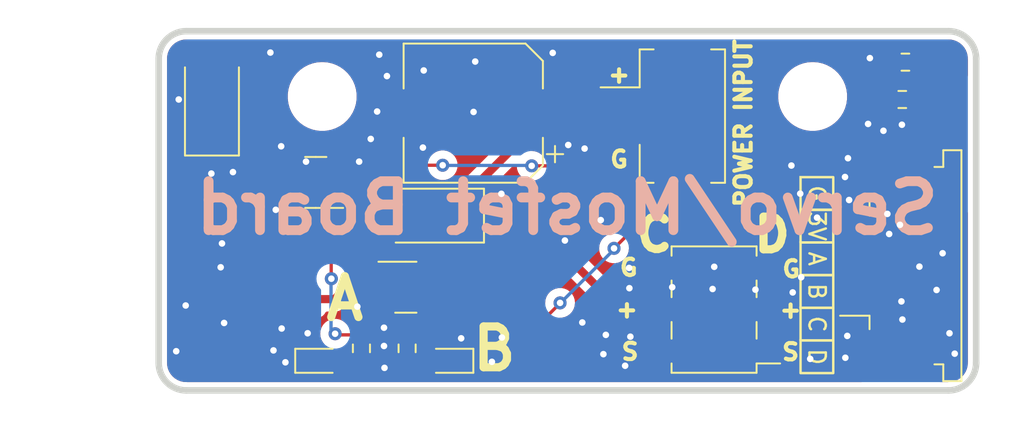
<source format=kicad_pcb>
(kicad_pcb (version 20211014) (generator pcbnew)
  (layers (0 "F.Cu" signal) (31 "B.Cu" signal) (34 "B.Paste" user) (35 "F.Paste" user) (36 "B.SilkS" user "B.Silkscreen") (37 "F.SilkS" user "F.Silkscreen") (38 "B.Mask" user) (39 "F.Mask" user) (44 "Edge.Cuts" user))
  (net 0 "")
  (net 1 "GND")
  (net 2 "Net-(D1-Pad2)")
  (net 3 "+VDC")
  (net 4 "Net-(D2-Pad2)")
  (net 5 "+3V3")
  (net 6 "Net-(D3-Pad2)")
  (net 7 "Net-(D4-Pad2)")
  (net 8 "/Thing 1")
  (net 9 "/Thing 2")
  (net 10 "/SERVO_4")
  (net 11 "/SERVO_2")
  (footprint "Diode_SMD:D_SMA" (layer "F.Cu") (at 143.256 75.216 90)
    (fp_text reference "D2" hide)
    (fp_text value "SX35_SCHOTTKY")
    (fp_line (start -3.4 -1.65) (end 2 -1.65) (layer "F.SilkS") (width 0.12))
    (fp_line (start -3.4 -1.65) (end -3.4 1.65) (layer "F.SilkS") (width 0.12))
    (fp_line (start -3.4 1.65) (end 2 1.65) (layer "F.SilkS") (width 0.12))
    (pad "1" smd rect (at -2 0 90) (size 2.5 1.8) (layers "F.Cu" "F.Paste" "F.Mask") (net 3 "+VDC"))
    (pad "2" smd rect (at 2 0 90) (size 2.5 1.8) (layers "F.Cu" "F.Paste" "F.Mask") (net 4 "Net-(D2-Pad2)"))
  )
  (footprint "Resistor_SMD:R_0603_1608Metric" (layer "F.Cu") (at 185.483 75.184)
    (fp_text reference "R2" hide)
    (fp_text value "10k")
    (fp_line (start -0.237258 0.5225) (end 0.237258 0.5225) (layer "F.SilkS") (width 0.12))
    (fp_line (start -0.237258 -0.5225) (end 0.237258 -0.5225) (layer "F.SilkS") (width 0.12))
    (pad "1" smd roundrect (at -0.825 0) (size 0.8 0.95) (layers "F.Cu" "F.Paste" "F.Mask") (net 1 "GND"))
    (pad "2" smd roundrect (at 0.825 0) (size 0.8 0.95) (layers "F.Cu" "F.Paste" "F.Mask") (net 8 "/Thing 1"))
  )
  (footprint "Resistor_SMD:R_0603_1608Metric" (layer "F.Cu") (at 155.194 90.424 90)
    (fp_text reference "R3" hide)
    (fp_text value "10k")
    (fp_line (start -0.237258 -0.5225) (end 0.237258 -0.5225) (layer "F.SilkS") (width 0.12))
    (fp_line (start -0.237258 0.5225) (end 0.237258 0.5225) (layer "F.SilkS") (width 0.12))
    (pad "1" smd roundrect (at -0.825 0 90) (size 0.8 0.95) (layers "F.Cu" "F.Paste" "F.Mask") (net 6 "Net-(D3-Pad2)"))
    (pad "2" smd roundrect (at 0.825 0 90) (size 0.8 0.95) (layers "F.Cu" "F.Paste" "F.Mask") (net 9 "/Thing 2"))
  )
  (footprint "Capacitor_SMD:CP_Elec_8x6.5" (layer "F.Cu") (at 159.24 76.02 180)
    (fp_text reference "C1" hide)
    (fp_text value "220uF")
    (fp_line (start -4.26 3.195563) (end -3.195563 4.26) (layer "F.SilkS") (width 0.12))
    (fp_line (start -5 -3.01) (end -5 -2.01) (layer "F.SilkS") (width 0.12))
    (fp_line (start -3.195563 -4.26) (end 4.26 -4.26) (layer "F.SilkS") (width 0.12))
    (fp_line (start -3.195563 4.26) (end 4.26 4.26) (layer "F.SilkS") (width 0.12))
    (fp_line (start -4.26 3.195563) (end -4.26 1.51) (layer "F.SilkS") (width 0.12))
    (fp_line (start -5.5 -2.51) (end -4.5 -2.51) (layer "F.SilkS") (width 0.12))
    (fp_line (start 4.26 4.26) (end 4.26 1.51) (layer "F.SilkS") (width 0.12))
    (fp_line (start 4.26 -4.26) (end 4.26 -1.51) (layer "F.SilkS") (width 0.12))
    (fp_line (start -4.26 -3.195563) (end -3.195563 -4.26) (layer "F.SilkS") (width 0.12))
    (fp_line (start -4.26 -3.195563) (end -4.26 -1.51) (layer "F.SilkS") (width 0.12))
    (pad "1" smd roundrect locked (at -3.05 0 180) (size 4 2.5) (layers "F.Cu" "F.Paste" "F.Mask") (roundrect_rratio 0.1) (net 3 "+VDC"))
    (pad "2" smd roundrect locked (at 3.05 0 180) (size 4 2.5) (layers "F.Cu" "F.Paste" "F.Mask") (roundrect_rratio 0.1) (net 1 "GND"))
  )
  (footprint "Connector_JST:JST_PH_B2B-PH-SM4-TB_1x02-1MP_P2.00mm_Vertical" (layer "F.Cu") (at 170.28 76.2 -90)
    (fp_text reference "J6" hide)
    (fp_text value "Conn_01x02")
    (fp_line (start -1.76 0.86) (end -1.76 3.25) (layer "F.SilkS") (width 0.12))
    (fp_line (start -4.085 0.86) (end -1.76 0.86) (layer "F.SilkS") (width 0.12))
    (fp_line (start 4.085 -4.36) (end 4.085 -3.51) (layer "F.SilkS") (width 0.12))
    (fp_line (start -4.085 -3.51) (end -4.085 -4.36) (layer "F.SilkS") (width 0.12))
    (fp_line (start 4.085 0.01) (end 4.085 0.86) (layer "F.SilkS") (width 0.12))
    (fp_line (start -4.085 0.01) (end -4.085 0.86) (layer "F.SilkS") (width 0.12))
    (fp_line (start 4.085 0.86) (end 1.76 0.86) (layer "F.SilkS") (width 0.12))
    (fp_line (start -4.085 -4.36) (end 4.085 -4.36) (layer "F.SilkS") (width 0.12))
    (pad "1" smd roundrect locked (at -1 0.5 270) (size 1 5.5) (layers "F.Cu" "F.Paste" "F.Mask") (net 3 "+VDC"))
    (pad "2" smd roundrect locked (at 1 0.5 270) (size 1 5.5) (layers "F.Cu" "F.Paste" "F.Mask") (net 1 "GND"))
    (pad "MP" smd roundrect locked (at 3.4 -1.75 270) (size 1.6 3) (layers "F.Cu" "F.Paste" "F.Mask") (roundrect_rratio 0.15625) (net 1 "GND"))
    (pad "MP" smd roundrect locked (at -3.4 -1.75 270) (size 1.6 3) (layers "F.Cu" "F.Paste" "F.Mask") (roundrect_rratio 0.15625) (net 1 "GND"))
  )
  (footprint "Connector_JST:JST_XH_2_VERTICAL" (layer "F.Cu") (at 142.259742 86.16 -90)
    (fp_text reference "J1")
    (fp_text value "Conn_01x02")
    (pad "1" smd roundrect (at 1.25 -5.25 270) (size 1.3 4.5) (layers "F.Cu" "F.Paste" "F.Mask") (roundrect_rratio 0.1) (net 3 "+VDC"))
    (pad "2" smd roundrect (at -1.25 -5.25 270) (size 1.3 4.5) (layers "F.Cu" "F.Paste" "F.Mask") (roundrect_rratio 0.1) (net 4 "Net-(D2-Pad2)"))
    (pad "MP" smd roundrect (at 4.45 -1.75 270) (size 1.8 3.9) (layers "F.Cu" "F.Paste" "F.Mask") (roundrect_rratio 0.1) (net 1 "GND"))
    (pad "MP" smd roundrect (at -4.45 -1.75 270) (size 1.8 3.9) (layers "F.Cu" "F.Paste" "F.Mask") (roundrect_rratio 0.1) (net 1 "GND"))
  )
  (footprint "Resistor_SMD:R_0603_1608Metric" (layer "F.Cu") (at 185.674 72.898)
    (fp_text reference "R4" hide)
    (fp_text value "10k")
    (fp_line (start -0.237258 0.5225) (end 0.237258 0.5225) (layer "F.SilkS") (width 0.12))
    (fp_line (start -0.237258 -0.5225) (end 0.237258 -0.5225) (layer "F.SilkS") (width 0.12))
    (pad "1" smd roundrect (at -0.825 0) (size 0.8 0.95) (layers "F.Cu" "F.Paste" "F.Mask") (net 1 "GND"))
    (pad "2" smd roundrect (at 0.825 0) (size 0.8 0.95) (layers "F.Cu" "F.Paste" "F.Mask") (net 9 "/Thing 2"))
  )
  (footprint "MountingHole:MountingHole_3.2mm_M3_ISO14580" (layer "F.Cu") (at 150 75)
    (fp_text reference "H2")
    (fp_text value "MountingHole")
    (pad "" np_thru_hole circle (at 0 0) (size 3.2 3.2) (drill 3.2) (layers *.Cu *.Mask))
  )
  (footprint "Diode_SMD:D_SMA" (layer "F.Cu") (at 156.496 82.296 180)
    (fp_text reference "D4" hide)
    (fp_text value "SX35_SCHOTTKY")
    (fp_line (start -3.4 -1.65) (end 2 -1.65) (layer "F.SilkS") (width 0.12))
    (fp_line (start -3.4 1.65) (end 2 1.65) (layer "F.SilkS") (width 0.12))
    (fp_line (start -3.4 -1.65) (end -3.4 1.65) (layer "F.SilkS") (width 0.12))
    (pad "1" smd rect (at -2 0 180) (size 2.5 1.8) (layers "F.Cu" "F.Paste" "F.Mask") (net 3 "+VDC"))
    (pad "2" smd rect (at 2 0 180) (size 2.5 1.8) (layers "F.Cu" "F.Paste" "F.Mask") (net 7 "Net-(D4-Pad2)"))
  )
  (footprint "LED_SMD:LED_0603_1608Metric" (layer "F.Cu") (at 149.8345 91.186)
    (fp_text reference "D1" hide)
    (fp_text value "led_g")
    (fp_line (start 0.8 -0.735) (end -1.485 -0.735) (layer "F.SilkS") (width 0.12))
    (fp_line (start -1.485 0.735) (end 0.8 0.735) (layer "F.SilkS") (width 0.12))
    (fp_line (start -1.485 -0.735) (end -1.485 0.735) (layer "F.SilkS") (width 0.12))
    (pad "1" smd roundrect (at -0.7875 0) (size 0.875 0.95) (layers "F.Cu" "F.Paste" "F.Mask") (net 1 "GND"))
    (pad "2" smd roundrect (at 0.7875 0) (size 0.875 0.95) (layers "F.Cu" "F.Paste" "F.Mask") (net 2 "Net-(D1-Pad2)"))
  )
  (footprint "LED_SMD:LED_0603_1608Metric" (layer "F.Cu") (at 157.7595 91.186 180)
    (fp_text reference "D3" hide)
    (fp_text value "led_g")
    (fp_line (start 0.8 -0.735) (end -1.485 -0.735) (layer "F.SilkS") (width 0.12))
    (fp_line (start -1.485 0.735) (end 0.8 0.735) (layer "F.SilkS") (width 0.12))
    (fp_line (start -1.485 -0.735) (end -1.485 0.735) (layer "F.SilkS") (width 0.12))
    (pad "1" smd roundrect (at -0.7875 0 180) (size 0.875 0.95) (layers "F.Cu" "F.Paste" "F.Mask") (net 1 "GND"))
    (pad "2" smd roundrect (at 0.7875 0 180) (size 0.875 0.95) (layers "F.Cu" "F.Paste" "F.Mask") (net 6 "Net-(D3-Pad2)"))
  )
  (footprint "Resistor_SMD:R_0603_1608Metric" (layer "F.Cu") (at 152.4 90.424 90)
    (fp_text reference "R1" hide)
    (fp_text value "10k")
    (fp_line (start -0.237258 0.5225) (end 0.237258 0.5225) (layer "F.SilkS") (width 0.12))
    (fp_line (start -0.237258 -0.5225) (end 0.237258 -0.5225) (layer "F.SilkS") (width 0.12))
    (pad "1" smd roundrect (at -0.825 0 90) (size 0.8 0.95) (layers "F.Cu" "F.Paste" "F.Mask") (net 2 "Net-(D1-Pad2)"))
    (pad "2" smd roundrect (at 0.825 0 90) (size 0.8 0.95) (layers "F.Cu" "F.Paste" "F.Mask") (net 8 "/Thing 1"))
  )
  (footprint "MountingHole:MountingHole_3.2mm_M3_ISO14580" (layer "F.Cu") (at 180 75)
    (fp_text reference "H1")
    (fp_text value "MountingHole")
    (pad "" np_thru_hole circle (at 0 0) (size 3.2 3.2) (drill 3.2) (layers *.Cu *.Mask))
  )
  (footprint "Connector_FFC-FPC:TE_84952-6_1x06-1MP_P1.0mm_Horizontal" (layer "F.Cu") (at 184.39 85.36 90)
    (fp_text reference "J9" hide)
    (fp_text value "Conn_01x06_MountingPin")
    (fp_line (start -7.07 4.71) (end -7.07 3.6) (layer "F.SilkS") (width 0.12))
    (fp_line (start -3.065 -0.91) (end -3.065 -2.71) (layer "F.SilkS") (width 0.12))
    (fp_line (start -6.045 3.6) (end -6.045 3.06) (layer "F.SilkS") (width 0.12))
    (fp_line (start -7.07 3.6) (end -6.045 3.6) (layer "F.SilkS") (width 0.12))
    (fp_line (start 6.045 3.06) (end 6.045 3.6) (layer "F.SilkS") (width 0.12))
    (fp_line (start 3.065 -0.91) (end 3.89 -0.91) (layer "F.SilkS") (width 0.12))
    (fp_line (start 6.045 3.6) (end 7.07 3.6) (layer "F.SilkS") (width 0.12))
    (fp_line (start -3.89 -0.91) (end -3.065 -0.91) (layer "F.SilkS") (width 0.12))
    (fp_line (start 7.07 3.6) (end 7.07 4.71) (layer "F.SilkS") (width 0.12))
    (fp_line (start 7.07 4.71) (end -7.07 4.71) (layer "F.SilkS") (width 0.12))
    (pad "1" smd rect locked (at -2.5 -1.8 90) (size 0.61 2) (layers "F.Cu" "F.Paste" "F.Mask") (net 10 "/SERVO_4"))
    (pad "2" smd rect locked (at -1.5 -1.8 90) (size 0.61 2) (layers "F.Cu" "F.Paste" "F.Mask") (net 11 "/SERVO_2"))
    (pad "3" smd rect locked (at -0.5 -1.8 90) (size 0.61 2) (layers "F.Cu" "F.Paste" "F.Mask") (net 9 "/Thing 2"))
    (pad "4" smd rect locked (at 0.5 -1.8 90) (size 0.61 2) (layers "F.Cu" "F.Paste" "F.Mask") (net 8 "/Thing 1"))
    (pad "5" smd rect locked (at 1.5 -1.8 90) (size 0.61 2) (layers "F.Cu" "F.Paste" "F.Mask") (net 5 "+3V3"))
    (pad "6" smd rect locked (at 2.5 -1.8 90) (size 0.61 2) (layers "F.Cu" "F.Paste" "F.Mask") (net 1 "GND"))
    (pad "MP" smd rect locked (at -5.49 1 90) (size 2.68 3.6) (layers "F.Cu" "F.Paste" "F.Mask") (net 1 "GND"))
    (pad "MP" smd rect locked (at 5.49 1 90) (size 2.68 3.6) (layers "F.Cu" "F.Paste" "F.Mask") (net 1 "GND"))
  )
  (footprint "Connector_PinHeader_2.54mm:PinHeader_2x03_P2.54mm_Vertical_SMD" (layer "F.Cu") (at 173.97 88.05 180)
    (fp_text reference "J4" hide)
    (fp_text value "Servo Header x2")
    (fp_line (start -2.6 -1.78) (end -2.6 -0.76) (layer "F.SilkS") (width 0.12))
    (fp_line (start 2.6 3.3) (end 2.6 3.87) (layer "F.SilkS") (width 0.12))
    (fp_line (start 2.6 -1.78) (end 2.6 -0.76) (layer "F.SilkS") (width 0.12))
    (fp_line (start -2.6 3.87) (end 2.6 3.87) (layer "F.SilkS") (width 0.12))
    (fp_line (start -2.6 0.76) (end -2.6 1.78) (layer "F.SilkS") (width 0.12))
    (fp_line (start -2.6 -3.87) (end 2.6 -3.87) (layer "F.SilkS") (width 0.12))
    (fp_line (start -4.04 -3.3) (end -2.6 -3.3) (layer "F.SilkS") (width 0.12))
    (fp_line (start -2.6 3.3) (end -2.6 3.87) (layer "F.SilkS") (width 0.12))
    (fp_line (start 2.6 0.76) (end 2.6 1.78) (layer "F.SilkS") (width 0.12))
    (fp_line (start 2.6 -3.87) (end 2.6 -3.3) (layer "F.SilkS") (width 0.12))
    (fp_line (start -2.6 -3.87) (end -2.6 -3.3) (layer "F.SilkS") (width 0.12))
    (pad "1" smd rect (at -2.525 -2.54 180) (size 3.15 1) (layers "F.Cu" "F.Paste" "F.Mask") (net 10 "/SERVO_4"))
    (pad "2" smd rect (at 2.525 -2.54 180) (size 3.15 1) (layers "F.Cu" "F.Paste" "F.Mask") (net 11 "/SERVO_2"))
    (pad "3" smd rect (at -2.525 0 180) (size 3.15 1) (layers "F.Cu" "F.Paste" "F.Mask") (net 3 "+VDC"))
    (pad "4" smd rect (at 2.525 0 180) (size 3.15 1) (layers "F.Cu" "F.Paste" "F.Mask") (net 3 "+VDC"))
    (pad "5" smd rect (at -2.525 2.54 180) (size 3.15 1) (layers "F.Cu" "F.Paste" "F.Mask") (net 1 "GND"))
    (pad "6" smd rect (at 2.525 2.54 180) (size 3.15 1) (layers "F.Cu" "F.Paste" "F.Mask") (net 1 "GND"))
  )
  (footprint "Connector_JST:JST_XH_2_VERTICAL" (layer "F.Cu") (at 165.72 86.38 90)
    (fp_text reference "J2")
    (fp_text value "Conn_01x02")
    (pad "1" smd roundrect (at 1.25 -5.25 90) (size 1.3 4.5) (layers "F.Cu" "F.Paste" "F.Mask") (roundrect_rratio 0.1) (net 3 "+VDC"))
    (pad "2" smd roundrect (at -1.25 -5.25 90) (size 1.3 4.5) (layers "F.Cu" "F.Paste" "F.Mask") (roundrect_rratio 0.1) (net 7 "Net-(D4-Pad2)"))
    (pad "MP" smd roundrect (at 4.45 -1.75 90) (size 1.8 3.9) (layers "F.Cu" "F.Paste" "F.Mask") (roundrect_rratio 0.1) (net 1 "GND"))
    (pad "MP" smd roundrect (at -4.45 -1.75 90) (size 1.8 3.9) (layers "F.Cu" "F.Paste" "F.Mask") (roundrect_rratio 0.1) (net 1 "GND"))
  )
  (footprint "Package_TO_SOT_SMD:SOT-23" (layer "F.Cu") (at 149.606 80.264 180)
    (fp_text reference "Q1" hide)
    (fp_text value "LOW PWR FET")
    (fp_line (start 0 1.56) (end 0.65 1.56) (layer "F.SilkS") (width 0.12))
    (fp_line (start 0 -1.56) (end -1.675 -1.56) (layer "F.SilkS") (width 0.12))
    (fp_line (start 0 -1.56) (end 0.65 -1.56) (layer "F.SilkS") (width 0.12))
    (fp_line (start 0 1.56) (end -0.65 1.56) (layer "F.SilkS") (width 0.12))
    (pad "1" smd roundrect (at -0.9375 -0.95 180) (size 1.475 0.6) (layers "F.Cu" "F.Paste" "F.Mask") (net 8 "/Thing 1"))
    (pad "2" smd roundrect (at -0.9375 0.95 180) (size 1.475 0.6) (layers "F.Cu" "F.Paste" "F.Mask") (net 1 "GND"))
    (pad "3" smd roundrect (at 0.9375 0 180) (size 1.475 0.6) (layers "F.Cu" "F.Paste" "F.Mask") (net 4 "Net-(D2-Pad2)"))
  )
  (footprint "Package_TO_SOT_SMD:SOT-23" (layer "F.Cu") (at 155.1155 86.68)
    (fp_text reference "Q2" hide)
    (fp_text value "LOW PWR FET")
    (fp_line (start 0 -1.56) (end 0.65 -1.56) (layer "F.SilkS") (width 0.12))
    (fp_line (start 0 1.56) (end 0.65 1.56) (layer "F.SilkS") (width 0.12))
    (fp_line (start 0 -1.56) (end -1.675 -1.56) (layer "F.SilkS") (width 0.12))
    (fp_line (start 0 1.56) (end -0.65 1.56) (layer "F.SilkS") (width 0.12))
    (pad "1" smd roundrect (at -0.9375 -0.95) (size 1.475 0.6) (layers "F.Cu" "F.Paste" "F.Mask") (net 9 "/Thing 2"))
    (pad "2" smd roundrect (at -0.9375 0.95) (size 1.475 0.6) (layers "F.Cu" "F.Paste" "F.Mask") (net 1 "GND"))
    (pad "3" smd roundrect (at 0.9375 0) (size 1.475 0.6) (layers "F.Cu" "F.Paste" "F.Mask") (net 7 "Net-(D4-Pad2)"))
  )
  (gr_rect (start 179.26 81.94) (end 181.26 83.94) (layer "F.SilkS") (width 0.15) (fill none))
  (gr_rect (start 179.26 83.94) (end 181.26 85.94) (layer "F.SilkS") (width 0.15) (fill none))
  (gr_rect (start 179.26 87.94) (end 181.26 89.94) (layer "F.SilkS") (width 0.15) (fill none))
  (gr_rect (start 179.26 85.94) (end 181.26 87.94) (layer "F.SilkS") (width 0.15) (fill none))
  (gr_rect (start 179.26 89.94) (end 181.26 91.94) (layer "F.SilkS") (width 0.15) (fill none))
  (gr_rect (start 179.26 79.94) (end 181.26 81.94) (layer "F.SilkS") (width 0.15) (fill none))
  (gr_arc (start 140 72.68995) (mid 140.494975 71.494975) (end 141.68995 71) (layer "Edge.Cuts") (width 0.4))
  (gr_line (start 188.31005 71) (end 141.68995 71) (layer "Edge.Cuts") (width 0.4))
  (gr_line (start 188.31005 93) (end 141.68995 93) (layer "Edge.Cuts") (width 0.4))
  (gr_line (start 140 72.68995) (end 140 91.31005) (layer "Edge.Cuts") (width 0.4))
  (gr_arc (start 188.31005 71) (mid 189.505025 71.494975) (end 190 72.68995) (layer "Edge.Cuts") (width 0.4))
  (gr_arc (start 141.68995 93) (mid 140.494975 92.505025) (end 140 91.31005) (layer "Edge.Cuts") (width 0.4))
  (gr_arc (start 190 91.31005) (mid 189.505025 92.505025) (end 188.31005 93) (layer "Edge.Cuts") (width 0.4))
  (gr_line (start 190 72.68995) (end 190 91.31005) (layer "Edge.Cuts") (width 0.4))
  (gr_text "Servo/Mosfet Board" (at 164.98 81.83) (layer "B.SilkS") (effects (font (size 3 3) (thickness 0.6)) (justify mirror)))
  (gr_text "+" (at 178.65 88.05) (layer "F.SilkS") (effects (font (size 1 1) (thickness 0.25))))
  (gr_text "A" (at 180.26 84.94 270) (layer "F.SilkS") (effects (font (size 1 1))))
  (gr_text "G" (at 178.69 85.57) (layer "F.SilkS") (effects (font (size 1 1) (thickness 0.25))))
  (gr_text "B" (at 160.528 90.451) (layer "F.SilkS") (effects (font (size 2.5 2.5) (thickness 0.5))))
  (gr_text "+" (at 168.64 88.03) (layer "F.SilkS") (effects (font (size 1 1) (thickness 0.25))))
  (gr_text "POWER INPUT\n" (at 175.76 76.64 90) (layer "F.SilkS") (effects (font (size 1 1) (thickness 0.25))))
  (gr_text "S" (at 168.83 90.63) (layer "F.SilkS") (effects (font (size 1 1) (thickness 0.25))))
  (gr_text "G" (at 168.16 78.85) (layer "F.SilkS") (effects (font (size 1 1) (thickness 0.25))))
  (gr_text "G" (at 168.75 85.48) (layer "F.SilkS") (effects (font (size 1 1) (thickness 0.25))))
  (gr_text "A" (at 151.384 87.376) (layer "F.SilkS") (effects (font (size 2.5 2.5) (thickness 0.5))))
  (gr_text "+" (at 168.16 73.65) (layer "F.SilkS") (effects (font (size 1 1) (thickness 0.25))))
  (gr_text "C" (at 170.32 83.44) (layer "F.SilkS") (effects (font (size 2 2) (thickness 0.5))))
  (gr_text "G" (at 180.26 80.94 270) (layer "F.SilkS") (effects (font (size 1 1))))
  (gr_text "S" (at 178.65 90.65) (layer "F.SilkS") (effects (font (size 1 1) (thickness 0.25))))
  (gr_text "D\n" (at 177.52 83.46) (layer "F.SilkS") (effects (font (size 2 2) (thickness 0.5))))
  (gr_text "C" (at 180.26 88.94 270) (layer "F.SilkS") (effects (font (size 1 1))))
  (gr_text "D" (at 180.26 90.94 270) (layer "F.SilkS") (effects (font (size 1 1))))
  (gr_text "3V" (at 180.26 82.94 270) (layer "F.SilkS") (effects (font (size 1 1))))
  (gr_text "B" (at 180.26 86.94 270) (layer "F.SilkS") (effects (font (size 1 1))))
  (via (at 158.5 89.81) (size 0.8) (drill 0.4) (layers "F.Cu" "B.Cu") (net 1))
  (via (at 168.85 89.71) (size 0.8) (drill 0.4) (layers "F.Cu" "B.Cu") (net 1))
  (via (at 182.118 89.662) (size 0.8) (drill 0.4) (layers "F.Cu" "B.Cu") (net 1))
  (via (at 149.11 89.5) (size 0.8) (drill 0.4) (layers "F.Cu" "B.Cu") (net 1))
  (via (at 164.1 72.33) (size 0.8) (drill 0.4) (layers "F.Cu" "B.Cu") (net 1))
  (via (at 185.34 82.86) (size 0.8) (drill 0.4) (layers "F.Cu" "B.Cu") (net 1))
  (via (at 171.41 86.68) (size 0.8) (drill 0.4) (layers "F.Cu" "B.Cu") (net 1))
  (via (at 152.15 87.87) (size 0.8) (drill 0.4) (layers "F.Cu" "B.Cu") (net 1))
  (via (at 184.68 83.42) (size 0.8) (drill 0.4) (layers "F.Cu" "B.Cu") (net 1))
  (via (at 147.52 89.21) (size 0.8) (drill 0.4) (layers "F.Cu" "B.Cu") (net 1))
  (via (at 165.91 88.84) (size 0.8) (drill 0.4) (layers "F.Cu" "B.Cu") (net 1))
  (via (at 147.02 90.55) (size 0.8) (drill 0.4) (layers "F.Cu" "B.Cu") (net 1))
  (via (at 147.75 91.28) (size 0.8) (drill 0.4) (layers "F.Cu" "B.Cu") (net 1))
  (via (at 184.57 82.19) (size 0.8) (drill 0.4) (layers "F.Cu" "B.Cu") (net 1))
  (via (at 188.69 90.75) (size 0.8) (drill 0.4) (layers "F.Cu" "B.Cu") (net 1))
  (via (at 180.27 82.42) (size 0.8) (drill 0.4) (layers "F.Cu" "B.Cu") (net 1))
  (via (at 153.78 90.28) (size 0.8) (drill 0.4) (layers "F.Cu" "B.Cu") (net 1))
  (via (at 182.16 78.78) (size 0.8) (drill 0.4) (layers "F.Cu" "B.Cu") (net 1))
  (via (at 156.16 78.13) (size 0.8) (drill 0.4) (layers "F.Cu" "B.Cu") (net 1))
  (via (at 164.846 83.82) (size 0.8) (drill 0.4) (layers "F.Cu" "B.Cu") (net 1))
  (via (at 185.49 88.66) (size 0.8) (drill 0.4) (layers "F.Cu" "B.Cu") (net 1))
  (via (at 168.79 86.74) (size 0.8) (drill 0.4) (layers "F.Cu" "B.Cu") (net 1))
  (via (at 152.26 78.99) (size 0.8) (drill 0.4) (layers "F.Cu" "B.Cu") (net 1))
  (via (at 152.97 77.6) (size 0.8) (drill 0.4) (layers "F.Cu" "B.Cu") (net 1))
  (via (at 144 88.87) (size 0.8) (drill 0.4) (layers "F.Cu" "B.Cu") (net 1))
  (via (at 160.96 80.96) (size 0.8) (drill 0.4) (layers "F.Cu" "B.Cu") (net 1))
  (via (at 187.95 84.6) (size 0.8) (drill 0.4) (layers "F.Cu" "B.Cu") (net 1))
  (via (at 159.36 72.86) (size 0.8) (drill 0.4) (layers "F.Cu" "B.Cu") (net 1))
  (via (at 182.23 81.34) (size 0.8) (drill 0.4) (layers "F.Cu" "B.Cu") (net 1))
  (via (at 179.85 91.07) (size 0.8) (drill 0.4) (layers "F.Cu" "B.Cu") (net 1))
  (via (at 153.78 89.16) (size 0.8) (drill 0.4) (layers "F.Cu" "B.Cu") (net 1))
  (via (at 141.224 75.184) (size 0.8) (drill 0.4) (layers "F.Cu" "B.Cu") (net 1))
  (via (at 188.37 89.5) (size 0.8) (drill 0.4) (layers "F.Cu" "B.Cu") (net 1))
  (via (at 186.53 85.42) (size 0.8) (drill 0.4) (layers "F.Cu" "B.Cu") (net 1))
  (via (at 146.83 72.31) (size 0.8) (drill 0.4) (layers "F.Cu" "B.Cu") (net 1))
  (via (at 144.54 79.63) (size 0.8) (drill 0.4) (layers "F.Cu" "B.Cu") (net 1))
  (via (at 185.46 76.73) (size 0.8) (drill 0.4) (layers "F.Cu" "B.Cu") (net 1))
  (via (at 182 91) (size 0.8) (drill 0.4) (layers "F.Cu" "B.Cu") (net 1))
  (via (at 183.39 76.68) (size 0.8) (drill 0.4) (layers "F.Cu" "B.Cu") (net 1))
  (via (at 143.87 84) (size 0.8) (drill 0.4) (layers "F.Cu" "B.Cu") (net 1))
  (via (at 166.05 78.19) (size 0.8) (drill 0.4) (layers "F.Cu" "B.Cu") (net 1))
  (via (at 167.04 82.57) (size 0.8) (drill 0.4) (layers "F.Cu" "B.Cu") (net 1))
  (via (at 184.33 77.1) (size 0.8) (drill 0.4) (layers "F.Cu" "B.Cu") (net 1))
  (via (at 153.36 75.92) (size 0.8) (drill 0.4) (layers "F.Cu" "B.Cu") (net 1))
  (via (at 149.01 78.99) (size 0.8) (drill 0.4) (layers "F.Cu" "B.Cu") (net 1))
  (via (at 179.3 86.07) (size 0.8) (drill 0.4) (layers "F.Cu" "B.Cu") (net 1))
  (via (at 168.77 85.5) (size 0.8) (drill 0.4) (layers "F.Cu" "B.Cu") (net 1))
  (via (at 153.96 73.75) (size 0.8) (drill 0.4) (layers "F.Cu" "B.Cu") (net 1))
  (via (at 168.53 91.49) (size 0.8) (drill 0.4) (layers "F.Cu" "B.Cu") (net 1))
  (via (at 183.5 72.65) (size 0.8) (drill 0.4) (layers "F.Cu" "B.Cu") (net 1))
  (via (at 176.5 86.83) (size 0.8) (drill 0.4) (layers "F.Cu" "B.Cu") (net 1))
  (via (at 178.78 87) (size 0.8) (drill 0.4) (layers "F.Cu" "B.Cu") (net 1))
  (via (at 181.98 79.93) (size 0.8) (drill 0.4) (layers "F.Cu" "B.Cu") (net 1))
  (via (at 179.24 80.95) (size 0.8) (drill 0.4) (layers "F.Cu" "B.Cu") (net 1))
  (via (at 160.99 89.76) (size 0.8) (drill 0.4) (layers "F.Cu" "B.Cu") (net 1))
  (via (at 143.22 79.72) (size 0.8) (drill 0.4) (layers "F.Cu" "B.Cu") (net 1))
  (via (at 153.49 72.44) (size 0.8) (drill 0.4) (layers "F.Cu" "B.Cu") (net 1))
  (via (at 143.79 85.46) (size 0.8) (drill 0.4) (layers "F.Cu" "B.Cu") (net 1))
  (via (at 173.98 85.43) (size 0.8) (drill 0.4) (layers "F.Cu" "B.Cu") (net 1))
  (via (at 159.258 75.946) (size 0.8) (drill 0.4) (layers "F.Cu" "B.Cu") (net 1))
  (via (at 156.21 73.406) (size 0.8) (drill 0.4) (layers "F.Cu" "B.Cu") (net 1))
  (via (at 185.43 87.55) (size 0.8) (drill 0.4) (layers "F.Cu" "B.Cu") (net 1))
  (via (at 178.7 79.23) (size 0.8) (drill 0.4) (layers "F.Cu" "B.Cu") (net 1))
  (via (at 173.88 86.79) (size 0.8) (drill 0.4) (layers "F.Cu" "B.Cu") (net 1))
  (via (at 167.35 89.6) (size 0.8) (drill 0.4) (layers "F.Cu" "B.Cu") (net 1))
  (via (at 187.58 86.85) (size 0.8) (drill 0.4) (layers "F.Cu" "B.Cu") (net 1))
  (via (at 141.65 87.8) (size 0.8) (drill 0.4) (layers "F.Cu" "B.Cu") (net 1))
  (via (at 147.16 81.94) (size 0.8) (drill 0.4) (layers "F.Cu" "B.Cu") (net 1))
  (via (at 153.81 91.62) (size 0.8) (drill 0.4) (layers "F.Cu" "B.Cu") (net 1))
  (via (at 141.07 90.6) (size 0.8) (drill 0.4) (layers "F.Cu" "B.Cu") (net 1))
  (via (at 147.49 78.05) (size 0.8) (drill 0.4) (layers "F.Cu" "B.Cu") (net 1))
  (via (at 160.38 91.25) (size 0.8) (drill 0.4) (layers "F.Cu" "B.Cu") (net 1))
  (via (at 167.2 90.78) (size 0.8) (drill 0.4) (layers "F.Cu" "B.Cu") (net 1))
  (via (at 165.05 77.97) (size 0.8) (drill 0.4) (layers "F.Cu" "B.Cu") (net 1))
  (segment (start 150.622 91.186) (end 152.337 91.186) (width 0.2) (layer "F.Cu") (net 2))
  (segment (start 152.337 91.186) (end 152.4 91.249) (width 0.2) (layer "F.Cu") (net 2))
  (segment (start 160.49 85.15) (end 160.47 85.13) (width 0.5) (layer "F.Cu") (net 3))
  (segment (start 156.195511 81.965511) (end 156.526 82.296) (width 0.5) (layer "F.Cu") (net 3))
  (segment (start 160.47 85.13) (end 160.47 82.78) (width 0.5) (layer "F.Cu") (net 3))
  (segment (start 143.256 77.216) (end 142.144 77.216) (width 0.5) (layer "F.Cu") (net 3))
  (segment (start 176.495 88.05) (end 171.445 88.05) (width 0.5) (layer "F.Cu") (net 3))
  (segment (start 160.47 82.78) (end 159.986 82.296) (width 0.5) (layer "F.Cu") (net 3))
  (segment (start 147.212484 87.707258) (end 147.509742 87.41) (width 0.5) (layer "F.Cu") (net 3))
  (segment (start 152.654 85.516) (end 152.654 81.296) (width 0.5) (layer "F.Cu") (net 3))
  (segment (start 158.496 82.296) (end 158.496 81.344) (width 0.5) (layer "F.Cu") (net 3))
  (segment (start 171.445 88.05) (end 168.22 88.05) (width 0.5) (layer "F.Cu") (net 3))
  (segment (start 153.19 80.76) (end 155.81 80.76) (width 0.5) (layer "F.Cu") (net 3))
  (segment (start 165.505 76.02) (end 166.345 75.18) (width 0.5) (layer "F.Cu") (net 3))
  (segment (start 166.345 75.18) (end 169.59 75.18) (width 0.5) (layer "F.Cu") (net 3))
  (segment (start 159.986 82.296) (end 158.496 82.296) (width 0.5) (layer "F.Cu") (net 3))
  (segment (start 156.526 82.296) (end 158.496 82.296) (width 0.5) (layer "F.Cu") (net 3))
  (segment (start 150.76 87.41) (end 152.654 85.516) (width 0.5) (layer "F.Cu") (net 3))
  (segment (start 141.610222 77.749778) (end 141.610222 85.310222) (width 0.5) (layer "F.Cu") (net 3))
  (segment (start 168.22 88.05) (end 165.32 85.15) (width 0.5) (layer "F.Cu") (net 3))
  (segment (start 152.654 81.296) (end 153.19 80.76) (width 0.5) (layer "F.Cu") (net 3))
  (segment (start 141.610222 85.310222) (end 144.007258 87.707258) (width 0.5) (layer "F.Cu") (net 3))
  (segment (start 162.29 76.02) (end 165.505 76.02) (width 0.5) (layer "F.Cu") (net 3))
  (segment (start 162.29 77.55) (end 162.29 76.02) (width 0.5) (layer "F.Cu") (net 3))
  (segment (start 156.195511 81.145511) (end 156.195511 81.965511) (width 0.5) (layer "F.Cu") (net 3))
  (segment (start 165.32 85.15) (end 160.49 85.15) (width 0.5) (layer "F.Cu") (net 3))
  (segment (start 155.81 80.76) (end 156.195511 81.145511) (width 0.5) (layer "F.Cu") (net 3))
  (segment (start 147.509742 87.41) (end 150.76 87.41) (width 0.5) (layer "F.Cu") (net 3))
  (segment (start 158.496 81.344) (end 162.29 77.55) (width 0.5) (layer "F.Cu") (net 3))
  (segment (start 142.144 77.216) (end 141.610222 77.749778) (width 0.5) (layer "F.Cu") (net 3))
  (segment (start 144.007258 87.707258) (end 147.212484 87.707258) (width 0.5) (layer "F.Cu") (net 3))
  (segment (start 147.484 80.264) (end 148.6685 80.264) (width 0.5) (layer "F.Cu") (net 4))
  (segment (start 143.256 73.216) (end 145.296 73.216) (width 0.5) (layer "F.Cu") (net 4))
  (segment (start 148.6685 80.264) (end 148.6685 82.7115) (width 0.5) (layer "F.Cu") (net 4))
  (segment (start 145.84 73.76) (end 145.84 78.62) (width 0.5) (layer "F.Cu") (net 4))
  (segment (start 145.84 78.62) (end 147.484 80.264) (width 0.5) (layer "F.Cu") (net 4))
  (segment (start 148.6685 82.7115) (end 147.509742 83.870258) (width 0.5) (layer "F.Cu") (net 4))
  (segment (start 147.509742 83.870258) (end 147.509742 84.91) (width 0.5) (layer "F.Cu") (net 4))
  (segment (start 145.296 73.216) (end 145.84 73.76) (width 0.5) (layer "F.Cu") (net 4))
  (segment (start 156.909 91.249) (end 156.972 91.186) (width 0.2) (layer "F.Cu") (net 6))
  (segment (start 155.194 91.249) (end 156.909 91.249) (width 0.2) (layer "F.Cu") (net 6))
  (segment (start 160.46 87.64) (end 156.4 87.64) (width 0.5) (layer "F.Cu") (net 7))
  (segment (start 156.053 85.441) (end 156.053 86.68) (width 0.5) (layer "F.Cu") (net 7))
  (segment (start 156.4 87.64) (end 156.053 87.293) (width 0.5) (layer "F.Cu") (net 7))
  (segment (start 156.053 87.293) (end 156.053 86.68) (width 0.5) (layer "F.Cu") (net 7))
  (segment (start 154.496 82.296) (end 154.496 83.884) (width 0.5) (layer "F.Cu") (net 7))
  (segment (start 160.47 87.63) (end 160.46 87.64) (width 0.5) (layer "F.Cu") (net 7))
  (segment (start 154.496 83.884) (end 156.053 85.441) (width 0.5) (layer "F.Cu") (net 7))
  (segment (start 188.58 76.44) (end 188.58 81.314994) (width 0.2) (layer "F.Cu") (net 8))
  (segment (start 181.04 84.86) (end 182.59 84.86) (width 0.2) (layer "F.Cu") (net 8))
  (segment (start 150.55 86.15) (end 150.55 81.2205) (width 0.2) (layer "F.Cu") (net 8))
  (segment (start 150.79 89.53) (end 150.859 89.599) (width 0.2) (layer "F.Cu") (net 8))
  (segment (start 188.58 81.314994) (end 185.034994 84.86) (width 0.2) (layer "F.Cu") (net 8))
  (segment (start 162.814 79.248) (end 166.108 79.248) (width 0.2) (layer "F.Cu") (net 8))
  (segment (start 150.859 89.599) (end 152.4 89.599) (width 0.2) (layer "F.Cu") (net 8))
  (segment (start 151.704 81.214) (end 150.5435 81.214) (width 0.2) (layer "F.Cu") (net 8))
  (segment (start 150.56 86.16) (end 150.55 86.15) (width 0.2) (layer "F.Cu") (net 8))
  (segment (start 170.10048 83.24048) (end 179.42048 83.24048) (width 0.2) (layer "F.Cu") (net 8))
  (segment (start 153.708 79.21) (end 151.704 81.214) (width 0.2) (layer "F.Cu") (net 8))
  (segment (start 186.308 75.184) (end 187.324 75.184) (width 0.2) (layer "F.Cu") (net 8))
  (segment (start 179.42048 83.24048) (end 181.04 84.86) (width 0.2) (layer "F.Cu") (net 8))
  (segment (start 157.37 79.21) (end 153.708 79.21) (width 0.2) (layer "F.Cu") (net 8))
  (segment (start 166.108 79.248) (end 170.10048 83.24048) (width 0.2) (layer "F.Cu") (net 8))
  (segment (start 150.55 81.2205) (end 150.5435 81.214) (width 0.2) (layer "F.Cu") (net 8))
  (segment (start 185.034994 84.86) (end 182.59 84.86) (width 0.2) (layer "F.Cu") (net 8))
  (segment (start 187.324 75.184) (end 188.58 76.44) (width 0.2) (layer "F.Cu") (net 8))
  (via (at 157.37 79.21) (size 0.8) (drill 0.4) (layers "F.Cu" "B.Cu") (net 8))
  (via (at 150.79 89.53) (size 0.8) (drill 0.4) (layers "F.Cu" "B.Cu") (net 8))
  (via (at 162.814 79.248) (size 0.8) (drill 0.4) (layers "F.Cu" "B.Cu") (net 8))
  (via (at 150.56 86.16) (size 0.8) (drill 0.4) (layers "F.Cu" "B.Cu") (net 8))
  (segment (start 150.56 86.16) (end 150.54 86.18) (width 0.2) (layer "B.Cu") (net 8))
  (segment (start 162.786 79.22) (end 157.38 79.22) (width 0.2) (layer "B.Cu") (net 8))
  (segment (start 150.54 89.28) (end 150.79 89.53) (width 0.2) (layer "B.Cu") (net 8))
  (segment (start 157.38 79.22) (end 157.37 79.21) (width 0.2) (layer "B.Cu") (net 8))
  (segment (start 162.814 79.248) (end 162.786 79.22) (width 0.2) (layer "B.Cu") (net 8))
  (segment (start 150.54 86.18) (end 150.54 89.28) (width 0.2) (layer "B.Cu") (net 8))
  (segment (start 164.55 87.66) (end 163.52 88.69) (width 0.2) (layer "F.Cu") (net 9))
  (segment (start 167.85 84.3) (end 168.51 83.64) (width 0.2) (layer "F.Cu") (net 9))
  (segment (start 164.55 87.64) (end 164.55 87.66) (width 0.2) (layer "F.Cu") (net 9))
  (segment (start 184.6 85.86) (end 182.59 85.86) (width 0.2) (layer "F.Cu") (net 9))
  (segment (start 157 88.69) (end 156.091 89.599) (width 0.2) (layer "F.Cu") (net 9))
  (segment (start 168.51 83.64) (end 178.79 83.64) (width 0.2) (layer "F.Cu") (net 9))
  (segment (start 163.52 88.69) (end 157 88.69) (width 0.2) (layer "F.Cu") (net 9))
  (segment (start 187.518 72.898) (end 188.979519 74.359519) (width 0.2) (layer "F.Cu") (net 9))
  (segment (start 181.01 85.86) (end 182.59 85.86) (width 0.2) (layer "F.Cu") (net 9))
  (segment (start 178.79 83.64) (end 181.01 85.86) (width 0.2) (layer "F.Cu") (net 9))
  (segment (start 188.979519 74.359519) (end 188.979519 81.480481) (width 0.2) (layer "F.Cu") (net 9))
  (segment (start 155.21502 89.57798) (end 155.21502 87.26502) (width 0.2) (layer "F.Cu") (net 9))
  (segment (start 156.091 89.599) (end 155.194 89.599) (width 0.2) (layer "F.Cu") (net 9))
  (segment (start 155.194 89.599) (end 155.21502 89.57798) (width 0.2) (layer "F.Cu") (net 9))
  (segment (start 155.21502 87.26502) (end 154.178 86.228) (width 0.2) (layer "F.Cu") (net 9))
  (segment (start 186.499 72.898) (end 187.518 72.898) (width 0.2) (layer "F.Cu") (net 9))
  (segment (start 154.178 86.228) (end 154.178 85.73) (width 0.2) (layer "F.Cu") (net 9))
  (segment (start 188.979519 81.480481) (end 184.6 85.86) (width 0.2) (layer "F.Cu") (net 9))
  (via (at 167.85 84.3) (size 0.8) (drill 0.4) (layers "F.Cu" "B.Cu") (net 9))
  (via (at 164.55 87.64) (size 0.8) (drill 0.4) (layers "F.Cu" "B.Cu") (net 9))
  (segment (start 167.85 84.3) (end 167.85 84.37) (width 0.2) (layer "B.Cu") (net 9))
  (segment (start 164.58 87.64) (end 164.55 87.64) (width 0.2) (layer "B.Cu") (net 9))
  (segment (start 167.85 84.37) (end 164.58 87.64) (width 0.2) (layer "B.Cu") (net 9))
  (segment (start 181.15 87.86) (end 182.59 87.86) (width 0.2) (layer "F.Cu") (net 10))
  (segment (start 178.42 90.59) (end 181.15 87.86) (width 0.2) (layer "F.Cu") (net 10))
  (segment (start 176.495 90.59) (end 178.42 90.59) (width 0.2) (layer "F.Cu") (net 10))
  (segment (start 178.84 89.13) (end 181.11 86.86) (width 0.2) (layer "F.Cu") (net 11))
  (segment (start 171.445 90.59) (end 171.445 89.655) (width 0.2) (layer "F.Cu") (net 11))
  (segment (start 171.97 89.13) (end 178.84 89.13) (width 0.2) (layer "F.Cu") (net 11))
  (segment (start 171.445 89.655) (end 171.97 89.13) (width 0.2) (layer "F.Cu") (net 11))
  (segment (start 181.11 86.86) (end 182.59 86.86) (width 0.2) (layer "F.Cu") (net 11))
  (zone (net 1) (net_name "GND") (layer "F.Cu") (connect_pads (clearance 0.508)) (min_thickness 0.254) (fill yes (thermal_gap 0.508) (thermal_bridge_width 0.508))
    (polygon (pts (xy 190 93) (xy 140 93) (xy 140 71) (xy 190 71)))
  )
  (zone (net 1) (net_name "GND") (layer "B.Cu") (connect_pads (clearance 0.508)) (min_thickness 0.254) (fill yes (thermal_gap 0.508) (thermal_bridge_width 0.508))
    (polygon (pts (xy 190 93) (xy 140 93) (xy 140 71) (xy 190 71)))
  )
)
</source>
